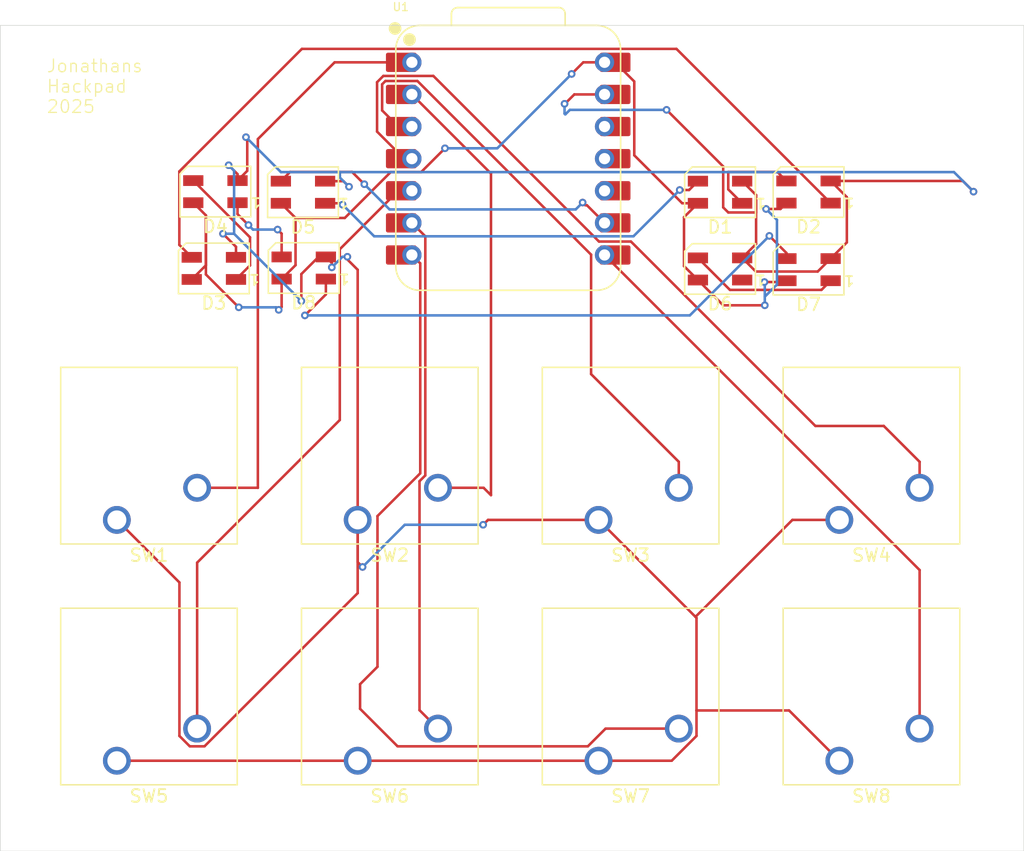
<source format=kicad_pcb>
(kicad_pcb (version 20241229) (generator "pcbnew") (generator_version "9.0")
  (layers (0 "F.Cu" signal) (2 "B.Cu" signal) (13 "F.Paste" user) (15 "B.Paste" user) (5 "F.SilkS" user "F.Silkscreen") (7 "B.SilkS" user "B.Silkscreen") (1 "F.Mask" user) (3 "B.Mask" user) (25 "Edge.Cuts" user))
  (net 0 "")
  (net 1 "Net-(D1-DIN)")
  (net 2 "+5V")
  (net 3 "GND")
  (net 4 "Net-(D1-DOUT)")
  (net 5 "Net-(D2-DOUT)")
  (net 6 "Net-(D3-DOUT)")
  (net 7 "Net-(D4-DOUT)")
  (net 8 "Net-(D5-DIN)")
  (net 9 "Net-(D6-DIN)")
  (net 11 "Net-(D7-DIN)")
  (net 12 "Net-(U1-GPIO26{slash}ADC0{slash}A0)")
  (net 13 "Net-(U1-GPIO27{slash}ADC1{slash}A1)")
  (net 14 "Net-(U1-GPIO28{slash}ADC2{slash}A2)")
  (net 15 "Net-(U1-GPIO29{slash}ADC3{slash}A3)")
  (net 16 "Net-(U1-GPIO6{slash}SDA)")
  (net 17 "Net-(U1-GPIO7{slash}SCL)")
  (net 18 "Net-(U1-GPIO0{slash}TX)")
  (net 19 "Net-(U1-GPIO1{slash}RX)")
  (footprint "Button_Switch_Keyboard:SW_Cherry_MX_1.00u_Plate" (layer "F.Cu") (at 126.20625 161.925 180)
    (property "Reference" "SW7" (at -2.54 -2.794 0) (layer "F.SilkS"))
    (property "Value" "SW_Push")
    (fp_line (start 4.445 12.065) (end -9.525 12.065) (stroke (width 0.12)) (layer "F.SilkS"))
    (fp_line (start 4.445 -1.905) (end 4.445 12.065) (stroke (width 0.12)) (layer "F.SilkS"))
    (fp_line (start -9.525 12.065) (end -9.525 -1.905) (stroke (width 0.12)) (layer "F.SilkS"))
    (fp_line (start -9.525 -1.905) (end 4.445 -1.905) (stroke (width 0.12)) (layer "F.SilkS"))
    (pad "" np_thru_hole circle (at -2.54 5.08 180) (size 4 4) (drill 4) (layers "*.Cu" "*.Mask"))
    (pad "1" thru_hole circle (at 0 0 180) (size 2.2 2.2) (drill 1.5) (layers "*.Cu" "*.Mask") (net 3 "GND"))
    (pad "2" thru_hole circle (at -6.35 2.54 180) (size 2.2 2.2) (drill 1.5) (layers "*.Cu" "*.Mask") (net 18 "Net-(U1-GPIO0{slash}TX)"))
  )
  (footprint "LED_SMD:LED_SK6812MINI_PLCC4_3.5x3.5mm_P1.75mm" (layer "F.Cu") (at 95.9 116.91 180)
    (property "Reference" "D4" (at 0 -2.75 0) (layer "F.SilkS"))
    (property "Value" "SK6812MINI")
    (fp_line (start 2.8 1.4) (end 2.8 -2) (stroke (width 0.12)) (layer "F.SilkS"))
    (fp_line (start 2.8 1.4) (end 2.2 2) (stroke (width 0.12)) (layer "F.SilkS"))
    (fp_line (start -2.8 2) (end 2.2 2) (stroke (width 0.12)) (layer "F.SilkS"))
    (fp_line (start -2.8 -2) (end 2.8 -2) (stroke (width 0.12)) (layer "F.SilkS"))
    (fp_line (start -2.8 -2) (end -2.8 2) (stroke (width 0.12)) (layer "F.SilkS"))
    (fp_text user "1" (at -3.2 -0.875 180) (layer "F.SilkS") (effects (font (size 0.8 0.8))))
    (pad "1" smd rect (at -1.75 -0.875 180) (size 1.6 0.85) (layers "F.Cu" "F.Mask" "F.Paste") (net 7 "Net-(D4-DOUT)"))
    (pad "2" smd rect (at -1.75 0.875 180) (size 1.6 0.85) (layers "F.Cu" "F.Mask" "F.Paste") (net 3 "GND"))
    (pad "3" smd rect (at 1.75 0.875 180) (size 1.6 0.85) (layers "F.Cu" "F.Mask" "F.Paste") (net 6 "Net-(D3-DOUT)"))
    (pad "4" smd rect (at 1.75 -0.875 180) (size 1.6 0.85) (layers "F.Cu" "F.Mask" "F.Paste") (net 2 "+5V"))
  )
  (footprint "OPL:XIAO-RP2040-DIP" (layer "F.Cu") (at 119.0625 114.3)
    (property "Reference" "U1" (at -8.5 -12 0) (layer "F.SilkS") (effects (font (size 0.635 0.635) (thickness 0.1016))))
    (property "Value" "XIAO-RP2040-DIP")
    (fp_line (start -8.89 8.509) (end -8.89 -8.636) (stroke (width 0.127)) (layer "F.SilkS"))
    (fp_line (start -6.985 10.414) (end 6.985 10.414) (stroke (width 0.127)) (layer "F.SilkS"))
    (fp_line (start -4.495 -10.541) (end -4.491272 -11.451272) (stroke (width 0.127)) (layer "F.SilkS"))
    (fp_line (start -3.991272 -11.951) (end 4.004 -11.951) (stroke (width 0.127)) (layer "F.SilkS"))
    (fp_line (start 4.504 -11.451) (end 4.504 -10.541) (stroke (width 0.127)) (layer "F.SilkS"))
    (fp_line (start 6.985 -10.541) (end -6.985 -10.541) (stroke (width 0.1)) (layer "F.SilkS"))
    (fp_line (start 6.985 -10.541) (end -6.985 -10.541) (stroke (width 0.127)) (layer "F.SilkS"))
    (fp_line (start 8.89 8.509) (end 8.89 -8.636) (stroke (width 0.127)) (layer "F.SilkS"))
    (fp_arc (start -8.89 -8.636) (mid -8.332038 -9.983038) (end -6.985 -10.541) (stroke (width 0.127)) (layer "F.SilkS"))
    (fp_arc (start -6.985 10.414) (mid -8.332038 9.856038) (end -8.89 8.509) (stroke (width 0.127)) (layer "F.SilkS"))
    (fp_arc (start -4.491272 -11.451272) (mid -4.344728 -11.80464) (end -3.991272 -11.951) (stroke (width 0.127)) (layer "F.SilkS"))
    (fp_arc (start 4.004 -11.951) (mid 4.357553 -11.804553) (end 4.504 -11.451) (stroke (width 0.127)) (layer "F.SilkS"))
    (fp_arc (start 6.985 -10.541) (mid 8.332038 -9.983038) (end 8.89 -8.636) (stroke (width 0.127)) (layer "F.SilkS"))
    (fp_arc (start 8.89 8.509) (mid 8.332038 9.856038) (end 6.985 10.414) (stroke (width 0.127)) (layer "F.SilkS"))
    (fp_circle (center -8.95 -10.3) (end -8.95 -10.554) (stroke (width 0.5)) (fill yes) (layer "F.SilkS"))
    (fp_circle (center -7.807 -9.42) (end -7.807 -9.674) (stroke (width 0.5)) (fill yes) (layer "F.SilkS"))
    (pad "1" smd roundrect (at -8.455 -7.62 180) (size 2.432 1.524) (layers "F.Cu" "F.Mask") (roundrect_rratio 0.1) (net 12 "Net-(U1-GPIO26{slash}ADC0{slash}A0)"))
    (pad "1" thru_hole circle (at -7.62 -7.62 180) (size 1.524 1.524) (drill 0.889) (layers "*.Cu" "*.Mask") (net 12 "Net-(U1-GPIO26{slash}ADC0{slash}A0)"))
    (pad "2" smd roundrect (at -8.455 -5.08 180) (size 2.432 1.524) (layers "F.Cu" "F.Mask") (roundrect_rratio 0.1) (net 13 "Net-(U1-GPIO27{slash}ADC1{slash}A1)"))
    (pad "2" thru_hole circle (at -7.62 -5.08 180) (size 1.524 1.524) (drill 0.889) (layers "*.Cu" "*.Mask") (net 13 "Net-(U1-GPIO27{slash}ADC1{slash}A1)"))
    (pad "3" smd roundrect (at -8.455 -2.54 180) (size 2.432 1.524) (layers "F.Cu" "F.Mask") (roundrect_rratio 0.1) (net 14 "Net-(U1-GPIO28{slash}ADC2{slash}A2)"))
    (pad "3" thru_hole circle (at -7.62 -2.54 180) (size 1.524 1.524) (drill 0.889) (layers "*.Cu" "*.Mask") (net 14 "Net-(U1-GPIO28{slash}ADC2{slash}A2)"))
    (pad "4" smd roundrect (at -8.455 0 180) (size 2.432 1.524) (layers "F.Cu" "F.Mask") (roundrect_rratio 0.1) (net 15 "Net-(U1-GPIO29{slash}ADC3{slash}A3)"))
    (pad "4" thru_hole circle (at -7.62 0 180) (size 1.524 1.524) (drill 0.889) (layers "*.Cu" "*.Mask") (net 15 "Net-(U1-GPIO29{slash}ADC3{slash}A3)"))
    (pad "5" smd roundrect (at -8.455 2.54 180) (size 2.432 1.524) (layers "F.Cu" "F.Mask") (roundrect_rratio 0.1) (net 16 "Net-(U1-GPIO6{slash}SDA)"))
    (pad "5" thru_hole circle (at -7.62 2.54 180) (size 1.524 1.524) (drill 0.889) (layers "*.Cu" "*.Mask") (net 16 "Net-(U1-GPIO6{slash}SDA)"))
    (pad "6" smd roundrect (at -8.455 5.08 180) (size 2.432 1.524) (layers "F.Cu" "F.Mask") (roundrect_rratio 0.1) (net 17 "Net-(U1-GPIO7{slash}SCL)"))
    (pad "6" thru_hole circle (at -7.62 5.08 180) (size 1.524 1.524) (drill 0.889) (layers "*.Cu" "*.Mask") (net 17 "Net-(U1-GPIO7{slash}SCL)"))
    (pad "7" smd roundrect (at -8.455 7.62 180) (size 2.432 1.524) (layers "F.Cu" "F.Mask") (roundrect_rratio 0.1) (net 18 "Net-(U1-GPIO0{slash}TX)"))
    (pad "7" thru_hole circle (at -7.62 7.62 180) (size 1.524 1.524) (drill 0.889) (layers "*.Cu" "*.Mask") (net 18 "Net-(U1-GPIO0{slash}TX)"))
    (pad "8" thru_hole circle (at 7.62 7.62) (size 1.524 1.524) (drill 0.889) (layers "*.Cu" "*.Mask") (net 19 "Net-(U1-GPIO1{slash}RX)"))
    (pad "8" smd roundrect (at 8.455 7.62) (size 2.432 1.524) (layers "F.Cu" "F.Mask") (roundrect_rratio 0.1) (net 19 "Net-(U1-GPIO1{slash}RX)"))
    (pad "9" thru_hole circle (at 7.62 5.08) (size 1.524 1.524) (drill 0.889) (layers "*.Cu" "*.Mask") (net 8 "Net-(D5-DIN)"))
    (pad "9" smd roundrect (at 8.455 5.08) (size 2.432 1.524) (layers "F.Cu" "F.Mask") (roundrect_rratio 0.1) (net 8 "Net-(D5-DIN)"))
    (pad "10" thru_hole circle (at 7.62 2.54) (size 1.524 1.524) (drill 0.889) (layers "*.Cu" "*.Mask"))
    (pad "10" smd roundrect (at 8.455 2.54) (size 2.432 1.524) (layers "F.Cu" "F.Mask") (roundrect_rratio 0.1))
    (pad "11" thru_hole circle (at 7.62 0) (size 1.524 1.524) (drill 0.889) (layers "*.Cu" "*.Mask"))
    (pad "11" smd roundrect (at 8.455 0) (size 2.432 1.524) (layers "F.Cu" "F.Mask") (roundrect_rratio 0.1))
    (pad "12" thru_hole circle (at 7.62 -2.54) (size 1.524 1.524) (drill 0.889) (layers "*.Cu" "*.Mask"))
    (pad "12" smd roundrect (at 8.455 -2.54) (size 2.432 1.524) (layers "F.Cu" "F.Mask") (roundrect_rratio 0.1))
    (pad "13" thru_hole circle (at 7.62 -5.08) (size 1.524 1.524) (drill 0.889) (layers "*.Cu" "*.Mask") (net 3 "GND"))
    (pad "13" smd roundrect (at 8.455 -5.08) (size 2.432 1.524) (layers "F.Cu" "F.Mask") (roundrect_rratio 0.1) (net 3 "GND"))
    (pad "14" thru_hole circle (at 7.62 -7.62) (size 1.524 1.524) (drill 0.889) (layers "*.Cu" "*.Mask") (net 2 "+5V"))
    (pad "14" smd roundrect (at 8.455 -7.62) (size 2.432 1.524) (layers "F.Cu" "F.Mask") (roundrect_rratio 0.1) (net 2 "+5V"))
  )
  (footprint "LED_SMD:LED_SK6812MINI_PLCC4_3.5x3.5mm_P1.75mm" (layer "F.Cu") (at 95.78 122.98 180)
    (property "Reference" "D3" (at 0 -2.75 0) (layer "F.SilkS"))
    (property "Value" "SK6812MINI")
    (fp_line (start 2.8 1.4) (end 2.8 -2) (stroke (width 0.12)) (layer "F.SilkS"))
    (fp_line (start 2.8 1.4) (end 2.2 2) (stroke (width 0.12)) (layer "F.SilkS"))
    (fp_line (start -2.8 2) (end 2.2 2) (stroke (width 0.12)) (layer "F.SilkS"))
    (fp_line (start -2.8 -2) (end 2.8 -2) (stroke (width 0.12)) (layer "F.SilkS"))
    (fp_line (start -2.8 -2) (end -2.8 2) (stroke (width 0.12)) (layer "F.SilkS"))
    (fp_text user "1" (at -3.2 -0.875 180) (layer "F.SilkS") (effects (font (size 0.8 0.8))))
    (pad "1" smd rect (at -1.75 -0.875 180) (size 1.6 0.85) (layers "F.Cu" "F.Mask" "F.Paste") (net 6 "Net-(D3-DOUT)"))
    (pad "2" smd rect (at -1.75 0.875 180) (size 1.6 0.85) (layers "F.Cu" "F.Mask" "F.Paste") (net 3 "GND"))
    (pad "3" smd rect (at 1.75 0.875 180) (size 1.6 0.85) (layers "F.Cu" "F.Mask" "F.Paste") (net 5 "Net-(D2-DOUT)"))
    (pad "4" smd rect (at 1.75 -0.875 180) (size 1.6 0.85) (layers "F.Cu" "F.Mask" "F.Paste") (net 2 "+5V"))
  )
  (footprint "Button_Switch_Keyboard:SW_Cherry_MX_1.00u_Plate" (layer "F.Cu") (at 126.20625 142.875 180)
    (property "Reference" "SW3" (at -2.54 -2.794 0) (layer "F.SilkS"))
    (property "Value" "SW_Push")
    (fp_line (start 4.445 12.065) (end -9.525 12.065) (stroke (width 0.12)) (layer "F.SilkS"))
    (fp_line (start 4.445 -1.905) (end 4.445 12.065) (stroke (width 0.12)) (layer "F.SilkS"))
    (fp_line (start -9.525 12.065) (end -9.525 -1.905) (stroke (width 0.12)) (layer "F.SilkS"))
    (fp_line (start -9.525 -1.905) (end 4.445 -1.905) (stroke (width 0.12)) (layer "F.SilkS"))
    (pad "" np_thru_hole circle (at -2.54 5.08 180) (size 4 4) (drill 4) (layers "*.Cu" "*.Mask"))
    (pad "1" thru_hole circle (at 0 0 180) (size 2.2 2.2) (drill 1.5) (layers "*.Cu" "*.Mask") (net 3 "GND"))
    (pad "2" thru_hole circle (at -6.35 2.54 180) (size 2.2 2.2) (drill 1.5) (layers "*.Cu" "*.Mask") (net 14 "Net-(U1-GPIO28{slash}ADC2{slash}A2)"))
  )
  (footprint "Button_Switch_Keyboard:SW_Cherry_MX_1.00u_Plate" (layer "F.Cu") (at 107.15625 161.925 180)
    (property "Reference" "SW6" (at -2.54 -2.794 0) (layer "F.SilkS"))
    (property "Value" "SW_Push")
    (fp_line (start 4.445 12.065) (end -9.525 12.065) (stroke (width 0.12)) (layer "F.SilkS"))
    (fp_line (start 4.445 -1.905) (end 4.445 12.065) (stroke (width 0.12)) (layer "F.SilkS"))
    (fp_line (start -9.525 12.065) (end -9.525 -1.905) (stroke (width 0.12)) (layer "F.SilkS"))
    (fp_line (start -9.525 -1.905) (end 4.445 -1.905) (stroke (width 0.12)) (layer "F.SilkS"))
    (pad "" np_thru_hole circle (at -2.54 5.08 180) (size 4 4) (drill 4) (layers "*.Cu" "*.Mask"))
    (pad "1" thru_hole circle (at 0 0 180) (size 2.2 2.2) (drill 1.5) (layers "*.Cu" "*.Mask") (net 3 "GND"))
    (pad "2" thru_hole circle (at -6.35 2.54 180) (size 2.2 2.2) (drill 1.5) (layers "*.Cu" "*.Mask") (net 17 "Net-(U1-GPIO7{slash}SCL)"))
  )
  (footprint "LED_SMD:LED_SK6812MINI_PLCC4_3.5x3.5mm_P1.75mm" (layer "F.Cu") (at 135.82 123.025 180)
    (property "Reference" "D6" (at 0 -2.75 0) (layer "F.SilkS"))
    (property "Value" "SK6812MINI")
    (fp_line (start 2.8 1.4) (end 2.8 -2) (stroke (width 0.12)) (layer "F.SilkS"))
    (fp_line (start 2.8 1.4) (end 2.2 2) (stroke (width 0.12)) (layer "F.SilkS"))
    (fp_line (start -2.8 2) (end 2.2 2) (stroke (width 0.12)) (layer "F.SilkS"))
    (fp_line (start -2.8 -2) (end 2.8 -2) (stroke (width 0.12)) (layer "F.SilkS"))
    (fp_line (start -2.8 -2) (end -2.8 2) (stroke (width 0.12)) (layer "F.SilkS"))
    (fp_text user "1" (at -3.2 -0.875 180) (layer "F.SilkS") (effects (font (size 0.8 0.8))))
    (pad "1" smd rect (at -1.75 -0.875 180) (size 1.6 0.85) (layers "F.Cu" "F.Mask" "F.Paste"))
    (pad "2" smd rect (at -1.75 0.875 180) (size 1.6 0.85) (layers "F.Cu" "F.Mask" "F.Paste") (net 3 "GND"))
    (pad "3" smd rect (at 1.75 0.875 180) (size 1.6 0.85) (layers "F.Cu" "F.Mask" "F.Paste") (net 9 "Net-(D6-DIN)"))
    (pad "4" smd rect (at 1.75 -0.875 180) (size 1.6 0.85) (layers "F.Cu" "F.Mask" "F.Paste") (net 2 "+5V"))
  )
  (footprint "Button_Switch_Keyboard:SW_Cherry_MX_1.00u_PCB" (layer "F.Cu") (at 107.15625 142.875 180)
    (property "Reference" "SW2" (at -2.54 -2.794 0) (layer "F.SilkS"))
    (property "Value" "SW_Push")
    (fp_line (start 4.445 12.065) (end -9.525 12.065) (stroke (width 0.12)) (layer "F.SilkS"))
    (fp_line (start 4.445 -1.905) (end 4.445 12.065) (stroke (width 0.12)) (layer "F.SilkS"))
    (fp_line (start -9.525 12.065) (end -9.525 -1.905) (stroke (width 0.12)) (layer "F.SilkS"))
    (fp_line (start -9.525 -1.905) (end 4.445 -1.905) (stroke (width 0.12)) (layer "F.SilkS"))
    (pad "" np_thru_hole circle (at -7.62 5.08 180) (size 1.7 1.7) (drill 1.7) (layers "*.Cu" "*.Mask"))
    (pad "" np_thru_hole circle (at -2.54 5.08 180) (size 4 4) (drill 4) (layers "*.Cu" "*.Mask"))
    (pad "" np_thru_hole circle (at 2.54 5.08 180) (size 1.7 1.7) (drill 1.7) (layers "*.Cu" "*.Mask"))
    (pad "1" thru_hole circle (at 0 0 180) (size 2.2 2.2) (drill 1.5) (layers "*.Cu" "*.Mask") (net 3 "GND"))
    (pad "2" thru_hole circle (at -6.35 2.54 180) (size 2.2 2.2) (drill 1.5) (layers "*.Cu" "*.Mask") (net 13 "Net-(U1-GPIO27{slash}ADC1{slash}A1)"))
  )
  (footprint "LED_SMD:LED_SK6812MINI_PLCC4_3.5x3.5mm_P1.75mm" (layer "F.Cu") (at 135.82 116.955 180)
    (property "Reference" "D1" (at 0 -2.75 0) (layer "F.SilkS"))
    (property "Value" "SK6812MINI")
    (fp_line (start 2.8 1.4) (end 2.8 -2) (stroke (width 0.12)) (layer "F.SilkS"))
    (fp_line (start 2.8 1.4) (end 2.2 2) (stroke (width 0.12)) (layer "F.SilkS"))
    (fp_line (start -2.8 2) (end 2.2 2) (stroke (width 0.12)) (layer "F.SilkS"))
    (fp_line (start -2.8 -2) (end 2.8 -2) (stroke (width 0.12)) (layer "F.SilkS"))
    (fp_line (start -2.8 -2) (end -2.8 2) (stroke (width 0.12)) (layer "F.SilkS"))
    (fp_text user "1" (at -3.2 -0.875 180) (layer "F.SilkS") (effects (font (size 0.8 0.8))))
    (pad "1" smd rect (at -1.75 -0.875 180) (size 1.6 0.85) (layers "F.Cu" "F.Mask" "F.Paste") (net 4 "Net-(D1-DOUT)"))
    (pad "2" smd rect (at -1.75 0.875 180) (size 1.6 0.85) (layers "F.Cu" "F.Mask" "F.Paste") (net 3 "GND"))
    (pad "3" smd rect (at 1.75 0.875 180) (size 1.6 0.85) (layers "F.Cu" "F.Mask" "F.Paste") (net 1 "Net-(D1-DIN)"))
    (pad "4" smd rect (at 1.75 -0.875 180) (size 1.6 0.85) (layers "F.Cu" "F.Mask" "F.Paste") (net 2 "+5V"))
  )
  (footprint "LED_SMD:LED_SK6812MINI_PLCC4_3.5x3.5mm_P1.75mm" (layer "F.Cu") (at 142.82 116.94 180)
    (property "Reference" "D2" (at 0 -2.75 0) (layer "F.SilkS"))
    (property "Value" "SK6812MINI")
    (fp_line (start 2.8 1.4) (end 2.8 -2) (stroke (width 0.12)) (layer "F.SilkS"))
    (fp_line (start 2.8 1.4) (end 2.2 2) (stroke (width 0.12)) (layer "F.SilkS"))
    (fp_line (start -2.8 2) (end 2.2 2) (stroke (width 0.12)) (layer "F.SilkS"))
    (fp_line (start -2.8 -2) (end 2.8 -2) (stroke (width 0.12)) (layer "F.SilkS"))
    (fp_line (start -2.8 -2) (end -2.8 2) (stroke (width 0.12)) (layer "F.SilkS"))
    (fp_text user "1" (at -3.2 -0.875 180) (layer "F.SilkS") (effects (font (size 0.8 0.8))))
    (pad "1" smd rect (at -1.75 -0.875 180) (size 1.6 0.85) (layers "F.Cu" "F.Mask" "F.Paste") (net 5 "Net-(D2-DOUT)"))
    (pad "2" smd rect (at -1.75 0.875 180) (size 1.6 0.85) (layers "F.Cu" "F.Mask" "F.Paste") (net 3 "GND"))
    (pad "3" smd rect (at 1.75 0.875 180) (size 1.6 0.85) (layers "F.Cu" "F.Mask" "F.Paste") (net 4 "Net-(D1-DOUT)"))
    (pad "4" smd rect (at 1.75 -0.875 180) (size 1.6 0.85) (layers "F.Cu" "F.Mask" "F.Paste") (net 2 "+5V"))
  )
  (footprint "LED_SMD:LED_SK6812MINI_PLCC4_3.5x3.5mm_P1.75mm" (layer "F.Cu") (at 102.89 122.95 180)
    (property "Reference" "D8" (at 0 -2.75 0) (layer "F.SilkS"))
    (property "Value" "SK6812MINI")
    (fp_line (start 2.8 1.4) (end 2.8 -2) (stroke (width 0.12)) (layer "F.SilkS"))
    (fp_line (start 2.8 1.4) (end 2.2 2) (stroke (width 0.12)) (layer "F.SilkS"))
    (fp_line (start -2.8 2) (end 2.2 2) (stroke (width 0.12)) (layer "F.SilkS"))
    (fp_line (start -2.8 -2) (end 2.8 -2) (stroke (width 0.12)) (layer "F.SilkS"))
    (fp_line (start -2.8 -2) (end -2.8 2) (stroke (width 0.12)) (layer "F.SilkS"))
    (fp_text user "1" (at -3.2 -0.875 180) (layer "F.SilkS") (effects (font (size 0.8 0.8))))
    (pad "1" smd rect (at -1.75 -0.875 180) (size 1.6 0.85) (layers "F.Cu" "F.Mask" "F.Paste") (net 11 "Net-(D7-DIN)"))
    (pad "2" smd rect (at -1.75 0.875 180) (size 1.6 0.85) (layers "F.Cu" "F.Mask" "F.Paste") (net 3 "GND"))
    (pad "3" smd rect (at 1.75 0.875 180) (size 1.6 0.85) (layers "F.Cu" "F.Mask" "F.Paste") (net 7 "Net-(D4-DOUT)"))
    (pad "4" smd rect (at 1.75 -0.875 180) (size 1.6 0.85) (layers "F.Cu" "F.Mask" "F.Paste") (net 2 "+5V"))
  )
  (footprint "LED_SMD:LED_SK6812MINI_PLCC4_3.5x3.5mm_P1.75mm" (layer "F.Cu") (at 142.82 123.08 180)
    (property "Reference" "D7" (at 0 -2.75 0) (layer "F.SilkS"))
    (property "Value" "SK6812MINI")
    (fp_line (start 2.8 1.4) (end 2.8 -2) (stroke (width 0.12)) (layer "F.SilkS"))
    (fp_line (start 2.8 1.4) (end 2.2 2) (stroke (width 0.12)) (layer "F.SilkS"))
    (fp_line (start -2.8 2) (end 2.2 2) (stroke (width 0.12)) (layer "F.SilkS"))
    (fp_line (start -2.8 -2) (end 2.8 -2) (stroke (width 0.12)) (layer "F.SilkS"))
    (fp_line (start -2.8 -2) (end -2.8 2) (stroke (width 0.12)) (layer "F.SilkS"))
    (fp_text user "1" (at -3.2 -0.875 180) (layer "F.SilkS") (effects (font (size 0.8 0.8))))
    (pad "1" smd rect (at -1.75 -0.875 180) (size 1.6 0.85) (layers "F.Cu" "F.Mask" "F.Paste") (net 9 "Net-(D6-DIN)"))
    (pad "2" smd rect (at -1.75 0.875 180) (size 1.6 0.85) (layers "F.Cu" "F.Mask" "F.Paste") (net 3 "GND"))
    (pad "3" smd rect (at 1.75 0.875 180) (size 1.6 0.85) (layers "F.Cu" "F.Mask" "F.Paste") (net 11 "Net-(D7-DIN)"))
    (pad "4" smd rect (at 1.75 -0.875 180) (size 1.6 0.85) (layers "F.Cu" "F.Mask" "F.Paste") (net 2 "+5V"))
  )
  (footprint "Button_Switch_Keyboard:SW_Cherry_MX_1.00u_PCB" (layer "F.Cu") (at 88.10625 142.875 180)
    (property "Reference" "SW1" (at -2.54 -2.794 0) (layer "F.SilkS"))
    (property "Value" "SW_Push")
    (fp_line (start 4.445 12.065) (end -9.525 12.065) (stroke (width 0.12)) (layer "F.SilkS"))
    (fp_line (start 4.445 -1.905) (end 4.445 12.065) (stroke (width 0.12)) (layer "F.SilkS"))
    (fp_line (start -9.525 12.065) (end -9.525 -1.905) (stroke (width 0.12)) (layer "F.SilkS"))
    (fp_line (start -9.525 -1.905) (end 4.445 -1.905) (stroke (width 0.12)) (layer "F.SilkS"))
    (pad "" np_thru_hole circle (at -7.62 5.08 180) (size 1.7 1.7) (drill 1.7) (layers "*.Cu" "*.Mask"))
    (pad "" np_thru_hole circle (at -2.54 5.08 180) (size 4 4) (drill 4) (layers "*.Cu" "*.Mask"))
    (pad "" np_thru_hole circle (at 2.54 5.08 180) (size 1.7 1.7) (drill 1.7) (layers "*.Cu" "*.Mask"))
    (pad "1" thru_hole circle (at 0 0 180) (size 2.2 2.2) (drill 1.5) (layers "*.Cu" "*.Mask") (net 3 "GND"))
    (pad "2" thru_hole circle (at -6.35 2.54 180) (size 2.2 2.2) (drill 1.5) (layers "*.Cu" "*.Mask") (net 12 "Net-(U1-GPIO26{slash}ADC0{slash}A0)"))
  )
  (footprint "LED_SMD:LED_SK6812MINI_PLCC4_3.5x3.5mm_P1.75mm" (layer "F.Cu") (at 102.83 116.955 180)
    (property "Reference" "D5" (at 0 -2.75 0) (layer "F.SilkS"))
    (property "Value" "SK6812MINI")
    (fp_line (start 2.8 1.4) (end 2.8 -2) (stroke (width 0.12)) (layer "F.SilkS"))
    (fp_line (start 2.8 1.4) (end 2.2 2) (stroke (width 0.12)) (layer "F.SilkS"))
    (fp_line (start -2.8 2) (end 2.2 2) (stroke (width 0.12)) (layer "F.SilkS"))
    (fp_line (start -2.8 -2) (end 2.8 -2) (stroke (width 0.12)) (layer "F.SilkS"))
    (fp_line (start -2.8 -2) (end -2.8 2) (stroke (width 0.12)) (layer "F.SilkS"))
    (fp_text user "1" (at -3.2 -0.875 180) (layer "F.SilkS") (effects (font (size 0.8 0.8))))
    (pad "1" smd rect (at -1.75 -0.875 180) (size 1.6 0.85) (layers "F.Cu" "F.Mask" "F.Paste") (net 1 "Net-(D1-DIN)"))
    (pad "2" smd rect (at -1.75 0.875 180) (size 1.6 0.85) (layers "F.Cu" "F.Mask" "F.Paste") (net 3 "GND"))
    (pad "3" smd rect (at 1.75 0.875 180) (size 1.6 0.85) (layers "F.Cu" "F.Mask" "F.Paste") (net 8 "Net-(D5-DIN)"))
    (pad "4" smd rect (at 1.75 -0.875 180) (size 1.6 0.85) (layers "F.Cu" "F.Mask" "F.Paste") (net 2 "+5V"))
  )
  (footprint "Button_Switch_Keyboard:SW_Cherry_MX_1.00u_Plate" (layer "F.Cu") (at 145.25625 142.875 180)
    (property "Reference" "SW4" (at -2.54 -2.794 0) (layer "F.SilkS"))
    (property "Value" "SW_Push")
    (fp_line (start 4.445 12.065) (end -9.525 12.065) (stroke (width 0.12)) (layer "F.SilkS"))
    (fp_line (start 4.445 -1.905) (end 4.445 12.065) (stroke (width 0.12)) (layer "F.SilkS"))
    (fp_line (start -9.525 12.065) (end -9.525 -1.905) (stroke (width 0.12)) (layer "F.SilkS"))
    (fp_line (start -9.525 -1.905) (end 4.445 -1.905) (stroke (width 0.12)) (layer "F.SilkS"))
    (pad "" np_thru_hole circle (at -2.54 5.08 180) (size 4 4) (drill 4) (layers "*.Cu" "*.Mask"))
    (pad "1" thru_hole circle (at 0 0 180) (size 2.2 2.2) (drill 1.5) (layers "*.Cu" "*.Mask") (net 3 "GND"))
    (pad "2" thru_hole circle (at -6.35 2.54 180) (size 2.2 2.2) (drill 1.5) (layers "*.Cu" "*.Mask") (net 15 "Net-(U1-GPIO29{slash}ADC3{slash}A3)"))
  )
  (footprint "Button_Switch_Keyboard:SW_Cherry_MX_1.00u_Plate" (layer "F.Cu") (at 88.10625 161.925 180)
    (property "Reference" "SW5" (at -2.54 -2.794 0) (layer "F.SilkS"))
    (property "Value" "SW_Push")
    (fp_line (start 4.445 12.065) (end -9.525 12.065) (stroke (width 0.12)) (layer "F.SilkS"))
    (fp_line (start 4.445 -1.905) (end 4.445 12.065) (stroke (width 0.12)) (layer "F.SilkS"))
    (fp_line (start -9.525 12.065) (end -9.525 -1.905) (stroke (width 0.12)) (layer "F.SilkS"))
    (fp_line (start -9.525 -1.905) (end 4.445 -1.905) (stroke (width 0.12)) (layer "F.SilkS"))
    (pad "" np_thru_hole circle (at -2.54 5.08 180) (size 4 4) (drill 4) (layers "*.Cu" "*.Mask"))
    (pad "1" thru_hole circle (at 0 0 180) (size 2.2 2.2) (drill 1.5) (layers "*.Cu" "*.Mask") (net 3 "GND"))
    (pad "2" thru_hole circle (at -6.35 2.54 180) (size 2.2 2.2) (drill 1.5) (layers "*.Cu" "*.Mask") (net 16 "Net-(U1-GPIO6{slash}SDA)"))
  )
  (footprint "Button_Switch_Keyboard:SW_Cherry_MX_1.00u_Plate" (layer "F.Cu") (at 145.25625 161.925 180)
    (property "Reference" "SW8" (at -2.54 -2.794 0) (layer "F.SilkS"))
    (property "Value" "SW_Push")
    (fp_line (start 4.445 12.065) (end -9.525 12.065) (stroke (width 0.12)) (layer "F.SilkS"))
    (fp_line (start 4.445 -1.905) (end 4.445 12.065) (stroke (width 0.12)) (layer "F.SilkS"))
    (fp_line (start -9.525 12.065) (end -9.525 -1.905) (stroke (width 0.12)) (layer "F.SilkS"))
    (fp_line (start -9.525 -1.905) (end 4.445 -1.905) (stroke (width 0.12)) (layer "F.SilkS"))
    (pad "" np_thru_hole circle (at -2.54 5.08 180) (size 4 4) (drill 4) (layers "*.Cu" "*.Mask"))
    (pad "1" thru_hole circle (at 0 0 180) (size 2.2 2.2) (drill 1.5) (layers "*.Cu" "*.Mask") (net 3 "GND"))
    (pad "2" thru_hole circle (at -6.35 2.54 180) (size 2.2 2.2) (drill 1.5) (layers "*.Cu" "*.Mask") (net 19 "Net-(U1-GPIO1{slash}RX)"))
  )
  (gr_rect (start 78.8875 103.759) (end 159.85 169.074) (stroke (width 0.05)) (fill no) (layer "Edge.Cuts"))
  (gr_text "Jonathans\nHackpad\n2025" (at 82.5 110.77 0) (layer "F.SilkS") (effects (font (size 1 1) (thickness 0.1)) (justify left bottom)))
  (segment (start 105.85 117.83) (end 105.96 117.94) (width 0.2) (layer "F.Cu") (net 1))
  (segment (start 132.63 116.78) (end 133.37 116.78) (width 0.2) (layer "F.Cu") (net 1))
  (segment (start 133.37 116.78) (end 134.07 116.08) (width 0.2) (layer "F.Cu") (net 1))
  (segment (start 104.58 117.83) (end 105.85 117.83) (width 0.2) (layer "F.Cu") (net 1))
  (via (at 132.63 116.78) (size 0.6) (drill 0.3) (layers "F.Cu" "B.Cu") (net 1))
  (via (at 105.96 117.94) (size 0.6) (drill 0.3) (layers "F.Cu" "B.Cu") (net 1))
  (segment (start 128.967 120.443) (end 132.63 116.78) (width 0.2) (layer "B.Cu") (net 1))
  (segment (start 105.96 117.94) (end 108.463 120.443) (width 0.2) (layer "B.Cu") (net 1))
  (segment (start 108.463 120.443) (end 128.967 120.443) (width 0.2) (layer "B.Cu") (net 1))
  (segment (start 102.241 122.724) (end 102.241 118.991) (width 0.2) (layer "F.Cu") (net 2))
  (segment (start 134.07 123.9) (end 136.07 125.9) (width 0.2) (layer "F.Cu") (net 2))
  (segment (start 125 106.68) (end 126.6825 106.68) (width 0.2) (layer "F.Cu") (net 2))
  (segment (start 95.15 123.46) (end 97.75 126.06) (width 0.2) (layer "F.Cu") (net 2))
  (segment (start 94.15 117.785) (end 95.15 118.785) (width 0.2) (layer "F.Cu") (net 2))
  (segment (start 140.605 118.28) (end 141.07 117.815) (width 0.2) (layer "F.Cu") (net 2))
  (segment (start 124.08 107.6) (end 125 106.68) (width 0.2) (layer "F.Cu") (net 2))
  (segment (start 95.15 122.735) (end 94.03 123.855) (width 0.2) (layer "F.Cu") (net 2))
  (segment (start 95.15 118.785) (end 95.15 122.735) (width 0.2) (layer "F.Cu") (net 2))
  (segment (start 102.241 118.991) (end 101.08 117.83) (width 0.2) (layer "F.Cu") (net 2))
  (segment (start 139.33 124.06) (end 140.965 124.06) (width 0.2) (layer "F.Cu") (net 2))
  (segment (start 102.241 118.991) (end 106.137874 118.991) (width 0.2) (layer "F.Cu") (net 2))
  (segment (start 109.765874 115.363) (end 112.177 115.363) (width 0.2) (layer "F.Cu") (net 2))
  (segment (start 139.46 118.28) (end 140.605 118.28) (width 0.2) (layer "F.Cu") (net 2))
  (segment (start 132.969 118.931) (end 132.969 122.799) (width 0.2) (layer "F.Cu") (net 2))
  (segment (start 129.0345 108.197) (end 127.5175 106.68) (width 0.2) (layer "F.Cu") (net 2))
  (segment (start 129.0345 114.034443) (end 129.0345 108.197) (width 0.2) (layer "F.Cu") (net 2))
  (segment (start 140.965 124.06) (end 141.07 123.955) (width 0.2) (layer "F.Cu") (net 2))
  (segment (start 95.15 118.785) (end 95.15 123.46) (width 0.2) (layer "F.Cu") (net 2))
  (segment (start 132.969 122.799) (end 134.07 123.9) (width 0.2) (layer "F.Cu") (net 2))
  (segment (start 136.07 125.9) (end 139.36 125.9) (width 0.2) (layer "F.Cu") (net 2))
  (segment (start 100.91 126.26) (end 101.14 126.03) (width 0.2) (layer "F.Cu") (net 2))
  (segment (start 112.177 115.363) (end 114.06 113.48) (width 0.2) (layer "F.Cu") (net 2))
  (segment (start 132.830057 117.83) (end 129.0345 114.034443) (width 0.2) (layer "F.Cu") (net 2))
  (segment (start 134.07 117.83) (end 132.830057 117.83) (width 0.2) (layer "F.Cu") (net 2))
  (segment (start 134.07 117.83) (end 132.969 118.931) (width 0.2) (layer "F.Cu") (net 2))
  (segment (start 106.137874 118.991) (end 109.765874 115.363) (width 0.2) (layer "F.Cu") (net 2))
  (segment (start 101.14 126.03) (end 101.14 123.825) (width 0.2) (layer "F.Cu") (net 2))
  (segment (start 101.14 123.825) (end 102.241 122.724) (width 0.2) (layer "F.Cu") (net 2))
  (via (at 139.36 125.9) (size 0.6) (drill 0.3) (layers "F.Cu" "B.Cu") (net 2))
  (via (at 100.91 126.26) (size 0.6) (drill 0.3) (layers "F.Cu" "B.Cu") (net 2))
  (via (at 139.46 118.28) (size 0.6) (drill 0.3) (layers "F.Cu" "B.Cu") (net 2))
  (via (at 114.06 113.48) (size 0.6) (drill 0.3) (layers "F.Cu" "B.Cu") (net 2))
  (via (at 124.08 107.6) (size 0.6) (drill 0.3) (layers "F.Cu" "B.Cu") (net 2))
  (via (at 97.75 126.06) (size 0.6) (drill 0.3) (layers "F.Cu" "B.Cu") (net 2))
  (via (at 139.33 124.06) (size 0.6) (drill 0.3) (layers "F.Cu" "B.Cu") (net 2))
  (segment (start 140.321 124.259) (end 140.321 119.141) (width 0.2) (layer "B.Cu") (net 2))
  (segment (start 118.2 113.48) (end 124.08 107.6) (width 0.2) (layer "B.Cu") (net 2))
  (segment (start 140.321 119.141) (end 139.46 118.28) (width 0.2) (layer "B.Cu") (net 2))
  (segment (start 114.06 113.48) (end 118.2 113.48) (width 0.2) (layer "B.Cu") (net 2))
  (segment (start 97.75 126.06) (end 100.71 126.06) (width 0.2) (layer "B.Cu") (net 2))
  (segment (start 100.71 126.06) (end 100.91 126.26) (width 0.2) (layer "B.Cu") (net 2))
  (segment (start 139.36 124.09) (end 139.33 124.06) (width 0.2) (layer "B.Cu") (net 2))
  (segment (start 139.36 125.22) (end 140.321 124.259) (width 0.2) (layer "B.Cu") (net 2))
  (segment (start 139.36 125.22) (end 139.36 124.09) (width 0.2) (layer "B.Cu") (net 2))
  (segment (start 139.36 125.9) (end 139.36 125.22) (width 0.2) (layer "B.Cu") (net 2))
  (segment (start 138.671 121.049) (end 138.671 117.181) (width 0.2) (layer "F.Cu") (net 3))
  (segment (start 133.95725 150.626) (end 133.875625 150.544375) (width 0.2) (layer "F.Cu") (net 3))
  (segment (start 105.11 122.545) (end 104.64 122.075) (width 0.2) (layer "F.Cu") (net 3))
  (segment (start 102.7 125.56) (end 102.7 123.43) (width 0.2) (layer "F.Cu") (net 3))
  (segment (start 93.05525 159.965314) (end 93.05525 147.824) (width 0.2) (layer "F.Cu") (net 3))
  (segment (start 93.875936 160.786) (end 93.05525 159.965314) (width 0.2) (layer "F.Cu") (net 3))
  (segment (start 126.20625 161.925) (end 131.997564 161.925) (width 0.2) (layer "F.Cu") (net 3))
  (segment (start 123.52 109.96) (end 123.55 109.96) (width 0.2) (layer "F.Cu") (net 3))
  (segment (start 145.85 117.345) (end 145.85 120.925) (width 0.2) (layer "F.Cu") (net 3))
  (segment (start 117.465 142.875) (end 117.08 143.26) (width 0.2) (layer "F.Cu") (net 3))
  (segment (start 107.15625 142.875) (end 107.15625 123.08925) (width 0.2) (layer "F.Cu") (net 3))
  (segment (start 93.05525 147.824) (end 88.10625 142.875) (width 0.2) (layer "F.Cu") (net 3))
  (segment (start 105.11 122.899998) (end 105.11 122.545) (width 0.2) (layer "F.Cu") (net 3))
  (segment (start 107.15625 148.666314) (end 95.036564 160.786) (width 0.2) (layer "F.Cu") (net 3))
  (segment (start 104.58 116.08) (end 106.03 116.08) (width 0.2) (layer "F.Cu") (net 3))
  (segment (start 131.997564 161.925) (end 133.95725 159.965314) (width 0.2) (layer "F.Cu") (net 3))
  (segment (start 124.29 109.22) (end 126.6825 109.22) (width 0.2) (layer "F.Cu") (net 3))
  (segment (start 97.65 115.52) (end 96.95 114.82) (width 0.2) (layer "F.Cu") (net 3))
  (segment (start 133.95725 159.965314) (end 133.95725 157.95) (width 0.2) (layer "F.Cu") (net 3))
  (segment (start 126.20625 142.875) (end 117.465 142.875) (width 0.2) (layer "F.Cu") (net 3))
  (segment (start 95.036564 160.786) (end 93.875936 160.786) (width 0.2) (layer "F.Cu") (net 3))
  (segment (start 106.142 122.075) (end 106.157 122.06) (width 0.2) (layer "F.Cu") (net 3))
  (segment (start 88.10625 161.925) (end 107.15625 161.925) (width 0.2) (layer "F.Cu") (net 3))
  (segment (start 106.157 122.06) (end 106.341 122.06) (width 0.2) (layer "F.Cu") (net 3))
  (segment (start 143.546 123.229) (end 138.649 123.229) (width 0.2) (layer "F.Cu") (net 3))
  (segment (start 102.7 123.43) (end 104.055 122.075) (width 0.2) (layer "F.Cu") (net 3))
  (segment (start 138.671 117.181) (end 137.57 116.08) (width 0.2) (layer "F.Cu") (net 3))
  (segment (start 155.87 116.91) (end 155.025 116.065) (width 0.2) (layer "F.Cu") (net 3))
  (segment (start 123.55 109.96) (end 124.29 109.22) (width 0.2) (layer "F.Cu") (net 3))
  (segment (start 138.671 117.181) (end 138.671 118.556) (width 0.2) (layer "F.Cu") (net 3))
  (segment (start 137.57 122.15) (end 138.671 121.049) (width 0.2) (layer "F.Cu") (net 3))
  (segment (start 104.055 122.075) (end 104.64 122.075) (width 0.2) (layer "F.Cu") (net 3))
  (segment (start 155.87 116.98) (end 155.84 117.01) (width 0.2) (layer "F.Cu") (net 3))
  (segment (start 141.28125 157.95) (end 133.95725 157.95) (width 0.2) (layer "F.Cu") (net 3))
  (segment (start 144.57 122.205) (end 143.546 123.229) (width 0.2) (layer "F.Cu") (net 3))
  (segment (start 144.57 116.065) (end 145.85 117.345) (width 0.2) (layer "F.Cu") (net 3))
  (segment (start 98.42 112.7) (end 98.32 112.6) (width 0.2) (layer "F.Cu") (net 3))
  (segment (start 155.87 116.91) (end 155.87 116.98) (width 0.2) (layer "F.Cu") (net 3))
  (segment (start 136.068 118.155) (end 136.068 114.918) (width 0.2) (layer "F.Cu") (net 3))
  (segment (start 97.53 121.27) (end 96.5 120.24) (width 0.2) (layer "F.Cu") (net 3))
  (segment (start 145.25625 142.875) (end 141.545 142.875) (width 0.2) (layer "F.Cu") (net 3))
  (segment (start 107.15625 142.875) (end 107.15625 148.666314) (width 0.2) (layer "F.Cu") (net 3))
  (segment (start 138.671 118.556) (end 136.469 118.556) (width 0.2) (layer "F.Cu") (net 3))
  (segment (start 98.42 115.265) (end 98.42 112.7) (width 0.2) (layer "F.Cu") (net 3))
  (segment (start 155.025 116.065) (end 144.57 116.065) (width 0.2) (layer "F.Cu") (net 3))
  (segment (start 145.25625 161.925) (end 141.28125 157.95) (width 0.2) (layer "F.Cu") (net 3))
  (segment (start 136.469 118.556) (end 136.068 118.155) (width 0.2) (layer "F.Cu") (net 3))
  (segment (start 138.649 123.229) (end 137.57 122.15) (width 0.2) (layer "F.Cu") (net 3))
  (segment (start 97.65 116.035) (end 98.42 115.265) (width 0.2) (layer "F.Cu") (net 3))
  (segment (start 106.03 116.08) (end 106.47 116.52) (width 0.2) (layer "F.Cu") (net 3))
  (segment (start 107.15625 123.08925) (end 106.142 122.075) (width 0.2) (layer "F.Cu") (net 3))
  (segment (start 145.85 120.925) (end 144.57 122.205) (width 0.2) (layer "F.Cu") (net 3))
  (segment (start 97.53 122.105) (end 97.53 121.27) (width 0.2) (layer "F.Cu") (net 3))
  (segment (start 133.95725 157.95) (end 133.95725 150.626) (width 0.2) (layer "F.Cu") (net 3))
  (segment (start 107.15625 146.21625) (end 107.15625 142.875) (width 0.2) (layer "F.Cu") (net 3))
  (segment (start 141.545 142.875) (end 133.875625 150.544375) (width 0.2) (layer "F.Cu") (net 3))
  (segment (start 107.15625 161.925) (end 126.20625 161.925) (width 0.2) (layer "F.Cu") (net 3))
  (segment (start 107.54 146.6) (end 107.15625 146.21625) (width 0.2) (layer "F.Cu") (net 3))
  (segment (start 136.068 114.918) (end 131.59 110.44) (width 0.2) (layer "F.Cu") (net 3))
  (segment (start 97.65 116.035) (end 97.65 115.52) (width 0.2) (layer "F.Cu") (net 3))
  (segment (start 133.875625 150.544375) (end 126.20625 142.875) (width 0.2) (layer "F.Cu") (net 3))
  (via (at 107.54 146.6) (size 0.6) (drill 0.3) (layers "F.Cu" "B.Cu") (net 3))
  (via (at 131.59 110.44) (size 0.6) (drill 0.3) (layers "F.Cu" "B.Cu") (net 3))
  (via (at 106.47 116.52) (size 0.6) (drill 0.3) (layers "F.Cu" "B.Cu") (net 3))
  (via (at 102.7 125.56) (size 0.6) (drill 0.3) (layers "F.Cu" "B.Cu") (net 3))
  (via (at 96.5 120.24) (size 0.6) (drill 0.3) (layers "F.Cu" "B.Cu") (net 3))
  (via (at 96.95 114.82) (size 0.6) (drill 0.3) (layers "F.Cu" "B.Cu") (net 3))
  (via (at 123.52 109.96) (size 0.6) (drill 0.3) (layers "F.Cu" "B.Cu") (net 3))
  (via (at 117.08 143.26) (size 0.6) (drill 0.3) (layers "F.Cu" "B.Cu") (net 3))
  (via (at 155.87 116.91) (size 0.6) (drill 0.3) (layers "F.Cu" "B.Cu") (net 3))
  (via (at 106.341 122.06) (size 0.6) (drill 0.3) (layers "F.Cu" "B.Cu") (net 3))
  (via (at 105.11 122.899998) (size 0.6) (drill 0.3) (layers "F.Cu" "B.Cu") (net 3))
  (via (at 98.32 112.6) (size 0.6) (drill 0.3) (layers "F.Cu" "B.Cu") (net 3))
  (segment (start 96.5 120.24) (end 97.38 120.24) (width 0.2) (layer "B.Cu") (net 3))
  (segment (start 101.083 115.363) (end 105.75 115.363) (width 0.2) (layer "B.Cu") (net 3))
  (segment (start 123.94 110.44) (end 123.58 110.8) (width 0.2) (layer "B.Cu") (net 3))
  (segment (start 106.47 116.52) (end 105.75 115.8) (width 0.2) (layer "B.Cu") (net 3))
  (segment (start 131.59 110.44) (end 123.94 110.44) (width 0.2) (layer "B.Cu") (net 3))
  (segment (start 105.949998 122.06) (end 105.11 122.899998) (width 0.2) (layer "B.Cu") (net 3))
  (segment (start 123.58 110.8) (end 123.52 110.74) (width 0.2) (layer "B.Cu") (net 3))
  (segment (start 154.323 115.363) (end 155.87 116.91) (width 0.2) (layer "B.Cu") (net 3))
  (segment (start 105.75 115.8) (end 105.75 115.363) (width 0.2) (layer "B.Cu") (net 3))
  (segment (start 105.75 115.363) (end 154.323 115.363) (width 0.2) (layer "B.Cu") (net 3))
  (segment (start 97.38 120.24) (end 102.7 125.56) (width 0.2) (layer "B.Cu") (net 3))
  (segment (start 123.52 110.74) (end 123.52 109.96) (width 0.2) (layer "B.Cu") (net 3))
  (segment (start 96.95 114.82) (end 97.38 115.25) (width 0.2) (layer "B.Cu") (net 3))
  (segment (start 106.341 122.06) (end 105.949998 122.06) (width 0.2) (layer "B.Cu") (net 3))
  (segment (start 97.38 115.25) (end 97.38 120.24) (width 0.2) (layer "B.Cu") (net 3))
  (segment (start 117.08 143.26) (end 110.88 143.26) (width 0.2) (layer "B.Cu") (net 3))
  (segment (start 98.32 112.6) (end 101.083 115.363) (width 0.2) (layer "B.Cu") (net 3))
  (segment (start 110.88 143.26) (end 107.54 146.6) (width 0.2) (layer "B.Cu") (net 3))
  (segment (start 140.359 115.354) (end 141.07 116.065) (width 0.2) (layer "F.Cu") (net 4))
  (segment (start 137.57 117.83) (end 136.469 116.729) (width 0.2) (layer "F.Cu") (net 4))
  (segment (start 136.469 115.354) (end 140.359 115.354) (width 0.2) (layer "F.Cu") (net 4))
  (segment (start 136.469 116.729) (end 136.469 115.354) (width 0.2) (layer "F.Cu") (net 4))
  (segment (start 94.03 122.105) (end 93.049 121.124) (width 0.2) (layer "F.Cu") (net 5))
  (segment (start 132.372 105.617) (end 144.57 117.815) (width 0.2) (layer "F.Cu") (net 5))
  (segment (start 93.049 115.309) (end 102.741 105.617) (width 0.2) (layer "F.Cu") (net 5))
  (segment (start 102.741 105.617) (end 132.372 105.617) (width 0.2) (layer "F.Cu") (net 5))
  (segment (start 93.049 121.124) (end 93.049 115.309) (width 0.2) (layer "F.Cu") (net 5))
  (segment (start 94.15 116.035) (end 98.64 120.525) (width 0.2) (layer "F.Cu") (net 6))
  (segment (start 98.64 120.525) (end 98.64 122.745) (width 0.2) (layer "F.Cu") (net 6))
  (segment (start 98.64 122.745) (end 97.53 123.855) (width 0.2) (layer "F.Cu") (net 6))
  (segment (start 101.14 122.075) (end 101.14 120.23) (width 0.2) (layer "F.Cu") (net 7))
  (segment (start 98.516765 119.553235) (end 97.65 118.68647) (width 0.2) (layer "F.Cu") (net 7))
  (segment (start 97.65 118.68647) (end 97.65 117.785) (width 0.2) (layer "F.Cu") (net 7))
  (segment (start 101.14 120.23) (end 100.82 119.91) (width 0.2) (layer "F.Cu") (net 7))
  (via (at 100.82 119.91) (size 0.6) (drill 0.3) (layers "F.Cu" "B.Cu") (net 7))
  (via (at 98.516765 119.553235) (size 0.6) (drill 0.3) (layers "F.Cu" "B.Cu") (net 7))
  (segment (start 100.82 119.91) (end 98.87353 119.91) (width 0.2) (layer "B.Cu") (net 7))
  (segment (start 98.87353 119.91) (end 98.516765 119.553235) (width 0.2) (layer "B.Cu") (net 7))
  (segment (start 124.95 117.77) (end 125.17 117.99) (width 0.2) (layer "F.Cu") (net 8))
  (segment (start 125.2925 117.99) (end 126.6825 119.38) (width 0.2) (layer "F.Cu") (net 8))
  (segment (start 106.714 115.354) (end 107.68 116.32) (width 0.2) (layer "F.Cu") (net 8))
  (segment (start 101.806 115.354) (end 106.714 115.354) (width 0.2) (layer "F.Cu") (net 8))
  (segment (start 125.17 117.99) (end 125.2925 117.99) (width 0.2) (layer "F.Cu") (net 8))
  (segment (start 101.08 116.08) (end 101.806 115.354) (width 0.2) (layer "F.Cu") (net 8))
  (via (at 107.68 116.32) (size 0.6) (drill 0.3) (layers "F.Cu" "B.Cu") (net 8))
  (via (at 124.95 117.77) (size 0.6) (drill 0.3) (layers "F.Cu" "B.Cu") (net 8))
  (segment (start 109.677 118.317) (end 124.403 118.317) (width 0.2) (layer "B.Cu") (net 8))
  (segment (start 124.403 118.317) (end 124.95 117.77) (width 0.2) (layer "B.Cu") (net 8))
  (segment (start 107.68 116.32) (end 109.677 118.317) (width 0.2) (layer "B.Cu") (net 8))
  (segment (start 144.57 123.955) (end 143.844 124.681) (width 0.2) (layer "F.Cu") (net 9))
  (segment (start 136.601 124.681) (end 134.07 122.15) (width 0.2) (layer "F.Cu") (net 9))
  (segment (start 143.844 124.681) (end 136.601 124.681) (width 0.2) (layer "F.Cu") (net 9))
  (segment (start 141.07 122.205) (end 141.07 121.76) (width 0.2) (layer "F.Cu") (net 11))
  (segment (start 102.98 126.7) (end 104.64 125.04) (width 0.2) (layer "F.Cu") (net 11))
  (segment (start 104.64 125.04) (end 104.64 123.825) (width 0.2) (layer "F.Cu") (net 11))
  (segment (start 141.07 121.76) (end 139.72 120.41) (width 0.2) (layer "F.Cu") (net 11))
  (via (at 102.98 126.7) (size 0.6) (drill 0.3) (layers "F.Cu" "B.Cu") (net 11))
  (via (at 139.72 120.41) (size 0.6) (drill 0.3) (layers "F.Cu" "B.Cu") (net 11))
  (segment (start 133.43 126.7) (end 102.98 126.7) (width 0.2) (layer "B.Cu") (net 11))
  (segment (start 139.72 120.41) (end 133.43 126.7) (width 0.2) (layer "B.Cu") (net 11))
  (segment (start 105.332 106.68) (end 99.26 112.752) (width 0.2) (layer "F.Cu") (net 12))
  (segment (start 111.4425 106.68) (end 105.332 106.68) (width 0.2) (layer "F.Cu") (net 12))
  (segment (start 99.255 140.335) (end 94.45625 140.335) (width 0.2) (layer "F.Cu") (net 12))
  (segment (start 99.26 140.34) (end 99.255 140.335) (width 0.2) (layer "F.Cu") (net 12))
  (segment (start 99.26 112.752) (end 99.26 140.34) (width 0.2) (layer "F.Cu") (net 12))
  (segment (start 117.115 140.335) (end 113.50625 140.335) (width 0.2) (layer "F.Cu") (net 13))
  (segment (start 117.7 115.4775) (end 117.7 140.92) (width 0.2) (layer "F.Cu") (net 13))
  (segment (start 117.7 140.92) (end 117.115 140.335) (width 0.2) (layer "F.Cu") (net 13))
  (segment (start 111.4425 109.22) (end 117.7 115.4775) (width 0.2) (layer "F.Cu") (net 13))
  (segment (start 110.36487 111.76) (end 109.0905 110.48563) (width 0.2) (layer "F.Cu") (net 14))
  (segment (start 132.55625 138.280184) (end 132.55625 140.335) (width 0.2) (layer "F.Cu") (net 14))
  (segment (start 125.6195 131.343434) (end 132.55625 138.280184) (width 0.2) (layer "F.Cu") (net 14))
  (segment (start 109.351874 108.157) (end 111.88281 108.157) (width 0.2) (layer "F.Cu") (net 14))
  (segment (start 111.88281 108.157) (end 125.6195 121.89369) (width 0.2) (layer "F.Cu") (net 14))
  (segment (start 109.0905 108.418374) (end 109.351874 108.157) (width 0.2) (layer "F.Cu") (net 14))
  (segment (start 109.0905 110.48563) (end 109.0905 108.418374) (width 0.2) (layer "F.Cu") (net 14))
  (segment (start 125.6195 121.89369) (end 125.6195 131.343434) (width 0.2) (layer "F.Cu") (net 14))
  (segment (start 111.4425 111.76) (end 110.36487 111.76) (width 0.2) (layer "F.Cu") (net 14))
  (segment (start 151.60625 138.280184) (end 151.60625 140.335) (width 0.2) (layer "F.Cu") (net 15))
  (segment (start 111.4425 114.3) (end 110.828874 114.3) (width 0.2) (layer "F.Cu") (net 15))
  (segment (start 128.773126 120.857) (end 143.360126 135.444) (width 0.2) (layer "F.Cu") (net 15))
  (segment (start 148.770066 135.444) (end 151.60625 138.280184) (width 0.2) (layer "F.Cu") (net 15))
  (segment (start 109.185774 107.756) (end 113.14119 107.756) (width 0.2) (layer "F.Cu") (net 15))
  (segment (start 110.828874 114.3) (end 108.6895 112.160626) (width 0.2) (layer "F.Cu") (net 15))
  (segment (start 108.6895 112.160626) (end 108.6895 108.252274) (width 0.2) (layer "F.Cu") (net 15))
  (segment (start 143.360126 135.444) (end 148.770066 135.444) (width 0.2) (layer "F.Cu") (net 15))
  (segment (start 108.6895 108.252274) (end 109.185774 107.756) (width 0.2) (layer "F.Cu") (net 15))
  (segment (start 126.24219 120.857) (end 128.773126 120.857) (width 0.2) (layer "F.Cu") (net 15))
  (segment (start 113.14119 107.756) (end 126.24219 120.857) (width 0.2) (layer "F.Cu") (net 15))
  (segment (start 94.45625 146.25653) (end 94.45625 159.385) (width 0.2) (layer "F.Cu") (net 16))
  (segment (start 105.741 134.97178) (end 94.45625 146.25653) (width 0.2) (layer "F.Cu") (net 16))
  (segment (start 110.36487 116.84) (end 105.741 121.46387) (width 0.2) (layer "F.Cu") (net 16))
  (segment (start 105.741 121.46387) (end 105.741 134.97178) (width 0.2) (layer "F.Cu") (net 16))
  (segment (start 111.4425 116.84) (end 110.36487 116.84) (width 0.2) (layer "F.Cu") (net 16))
  (segment (start 112.04725 157.926) (end 113.50625 159.385) (width 0.2) (layer "F.Cu") (net 17))
  (segment (start 112.04725 139.812686) (end 112.04725 157.926) (width 0.2) (layer "F.Cu") (net 17))
  (segment (start 112.5055 139.354436) (end 112.04725 139.812686) (width 0.2) (layer "F.Cu") (net 17))
  (segment (start 111.4425 119.38) (end 112.5055 120.443) (width 0.2) (layer "F.Cu") (net 17))
  (segment (start 112.5055 120.443) (end 112.5055 139.354436) (width 0.2) (layer "F.Cu") (net 17))
  (segment (start 107.34525 157.818816) (end 110.312434 160.786) (width 0.2) (layer "F.Cu") (net 18))
  (segment (start 112.1045 139.188336) (end 108.722434 142.570402) (width 0.2) (layer "F.Cu") (net 18))
  (segment (start 110.312434 160.786) (end 125.363936 160.786) (width 0.2) (layer "F.Cu") (net 18))
  (segment (start 112.1045 122.582) (end 112.1045 139.188336) (width 0.2) (layer "F.Cu") (net 18))
  (segment (start 107.34525 155.871184) (end 107.34525 157.818816) (width 0.2) (layer "F.Cu") (net 18))
  (segment (start 108.722434 142.570402) (end 108.722434 154.494) (width 0.2) (layer "F.Cu") (net 18))
  (segment (start 111.4425 121.92) (end 112.1045 122.582) (width 0.2) (layer "F.Cu") (net 18))
  (segment (start 126.764936 159.385) (end 132.55625 159.385) (width 0.2) (layer "F.Cu") (net 18))
  (segment (start 125.363936 160.786) (end 126.764936 159.385) (width 0.2) (layer "F.Cu") (net 18))
  (segment (start 108.722434 154.494) (end 107.34525 155.871184) (width 0.2) (layer "F.Cu") (net 18))
  (segment (start 151.60625 146.84375) (end 151.60625 159.385) (width 0.2) (layer "F.Cu") (net 19))
  (segment (start 126.6825 121.92) (end 151.60625 146.84375) (width 0.2) (layer "F.Cu") (net 19))
)
</source>
